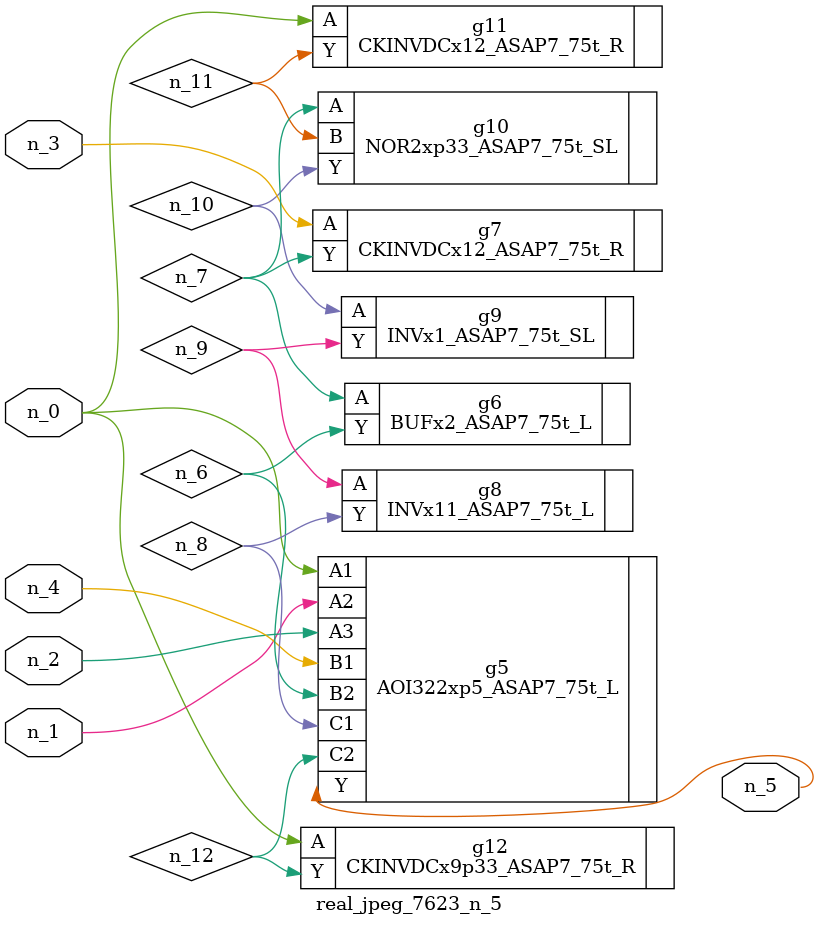
<source format=v>
module real_jpeg_7623_n_5 (n_4, n_0, n_1, n_2, n_3, n_5);

input n_4;
input n_0;
input n_1;
input n_2;
input n_3;

output n_5;

wire n_12;
wire n_8;
wire n_11;
wire n_6;
wire n_7;
wire n_10;
wire n_9;

AOI322xp5_ASAP7_75t_L g5 ( 
.A1(n_0),
.A2(n_1),
.A3(n_2),
.B1(n_4),
.B2(n_6),
.C1(n_8),
.C2(n_12),
.Y(n_5)
);

CKINVDCx12_ASAP7_75t_R g11 ( 
.A(n_0),
.Y(n_11)
);

CKINVDCx9p33_ASAP7_75t_R g12 ( 
.A(n_0),
.Y(n_12)
);

CKINVDCx12_ASAP7_75t_R g7 ( 
.A(n_3),
.Y(n_7)
);

BUFx2_ASAP7_75t_L g6 ( 
.A(n_7),
.Y(n_6)
);

NOR2xp33_ASAP7_75t_SL g10 ( 
.A(n_7),
.B(n_11),
.Y(n_10)
);

INVx11_ASAP7_75t_L g8 ( 
.A(n_9),
.Y(n_8)
);

INVx1_ASAP7_75t_SL g9 ( 
.A(n_10),
.Y(n_9)
);


endmodule
</source>
